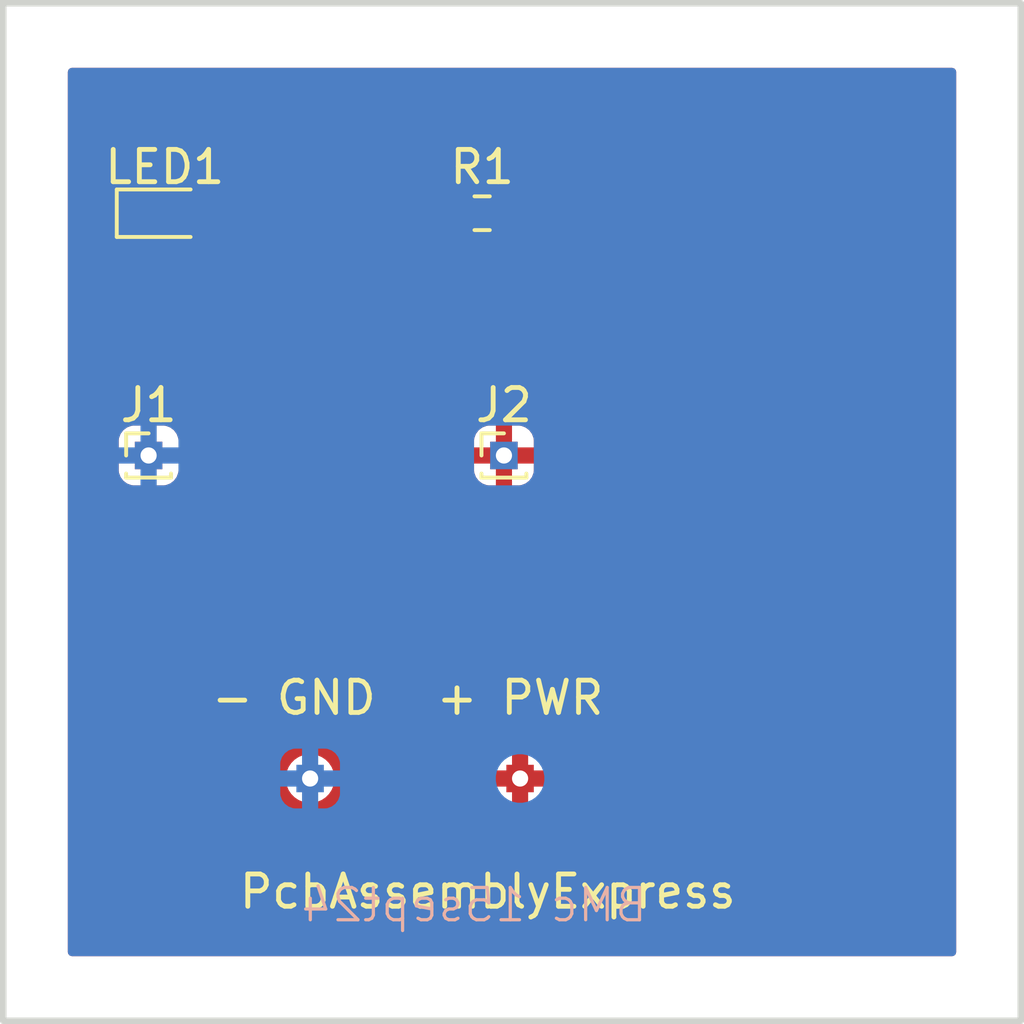
<source format=kicad_pcb>
(kicad_pcb (version 20240108) (generator "pcbnew") (generator_version "8.0")
  (layers (0 "F.Cu" signal) (31 "B.Cu" signal) (34 "B.Paste" user) (35 "F.Paste" user) (36 "B.SilkS" user "B.Silkscreen") (37 "F.SilkS" user "F.Silkscreen") (38 "B.Mask" user) (39 "F.Mask" user) (44 "Edge.Cuts" user))
  (net 0 "")
  (net 1 "GND")
  (net 2 "+9V")
  (net 3 "Net-(LED1-A)")
  (footprint "" (layer "F.Cu") (at 109.5 92.5)
    (property "Reference" "" (at 0 0 0) (layer "F.SilkS") (effects (font (size 1.27 1.27))))
    (property "Value" "")
    (pad "1a" thru_hole rect (at 0 0) (size 0.85 0.85) (drill 0.5) (layers "*.Cu" "*.Mask") (remove_unused_layers yes) (zone_layer_connections "B.Cu") (net 1 "GND"))
  )
  (footprint "Connector_PinHeader_1.00mm:PinHeader_1x01_P1.00mm_Vertical" (layer "F.Cu") (at 115.5 82.5)
    (property "Reference" "J2" (at 0 -1.56 0) (layer "F.SilkS"))
    (property "Value" "Conn_01x01_Pin" (hide yes))
    (fp_line (start -0.695 -0.685) (end 0 -0.685) (stroke (width 0.12)) (layer "F.SilkS"))
    (fp_line (start -0.695 0) (end -0.695 -0.685) (stroke (width 0.12)) (layer "F.SilkS"))
    (fp_line (start -0.695 0.685) (end -0.695 0.56) (stroke (width 0.12)) (layer "F.SilkS"))
    (fp_line (start -0.695 0.685) (end -0.608276 0.685) (stroke (width 0.12)) (layer "F.SilkS"))
    (fp_line (start -0.695 0.685) (end 0.695 0.685) (stroke (width 0.12)) (layer "F.SilkS"))
    (fp_line (start 0.608276 0.685) (end 0.695 0.685) (stroke (width 0.12)) (layer "F.SilkS"))
    (fp_line (start 0.695 0.685) (end 0.695 0.56) (stroke (width 0.12)) (layer "F.SilkS"))
    (pad "1" thru_hole rect (at 0 0) (size 0.85 0.85) (drill 0.5) (layers "*.Cu" "*.Mask") (net 2 "+9V"))
  )
  (footprint "LED_SMD:LED_0603_1608Metric" (layer "F.Cu") (at 105 75)
    (property "Reference" "LED1" (at 0 -1.43 0) (layer "F.SilkS"))
    (property "Value" "LED" (hide yes))
    (fp_line (start -1.485 -0.735) (end -1.485 0.735) (stroke (width 0.12)) (layer "F.SilkS"))
    (fp_line (start -1.485 0.735) (end 0.8 0.735) (stroke (width 0.12)) (layer "F.SilkS"))
    (fp_line (start 0.8 -0.735) (end -1.485 -0.735) (stroke (width 0.12)) (layer "F.SilkS"))
    (pad "1" smd roundrect (at -0.7875 0) (size 0.875 0.95) (layers "F.Cu" "F.Paste" "F.Mask") (net 1 "GND"))
    (pad "2" smd roundrect (at 0.7875 0) (size 0.875 0.95) (layers "F.Cu" "F.Paste" "F.Mask") (net 3 "Net-(LED1-A)"))
  )
  (footprint "Fiducial:Fiducial_1mm_Mask2mm" (layer "F.Cu") (at 104 96)
    (property "Reference" "FIdLL" (hide yes))
    (property "Value" "Fiducial_1mm_Mask2mm" (hide yes))
    (pad "" smd circle (at 0 0) (size 1 1) (layers "F.Cu" "F.Mask") (clearance 0.5))
  )
  (footprint "Fiducial:Fiducial_1mm_Mask2mm" (layer "F.Cu") (at 127 73)
    (property "Reference" "FidUR" (hide yes))
    (property "Value" "Fiducial_1mm_Mask2mm" (hide yes))
    (pad "" smd circle (at 0 0) (size 1 1) (layers "F.Cu" "F.Mask") (clearance 0.5))
  )
  (footprint "Fiducial:Fiducial_1mm_Mask2mm" (layer "F.Cu") (at 127 96)
    (property "Reference" "FidLR" (hide yes))
    (property "Value" "Fiducial_1mm_Mask2mm" (hide yes))
    (pad "" smd circle (at 0 0) (size 1 1) (layers "F.Cu" "F.Mask") (clearance 0.5))
  )
  (footprint "Resistor_SMD:R_0603_1608Metric" (layer "F.Cu") (at 114.825 75)
    (property "Reference" "R1" (at 0 -1.43 0) (layer "F.SilkS"))
    (property "Value" "R" (hide yes))
    (fp_line (start -0.237258 -0.5225) (end 0.237258 -0.5225) (stroke (width 0.12)) (layer "F.SilkS"))
    (fp_line (start -0.237258 0.5225) (end 0.237258 0.5225) (stroke (width 0.12)) (layer "F.SilkS"))
    (pad "1" smd roundrect (at -0.825 0) (size 0.8 0.95) (layers "F.Cu" "F.Paste" "F.Mask") (net 3 "Net-(LED1-A)"))
    (pad "2" smd roundrect (at 0.825 0) (size 0.8 0.95) (layers "F.Cu" "F.Paste" "F.Mask") (net 2 "+9V"))
  )
  (footprint "Connector_PinHeader_1.00mm:PinHeader_1x01_P1.00mm_Vertical" (layer "F.Cu") (at 104.5 82.5)
    (property "Reference" "J1" (at 0 -1.56 0) (layer "F.SilkS"))
    (property "Value" "Conn_01x01_Pin" (hide yes))
    (fp_line (start -0.695 -0.685) (end 0 -0.685) (stroke (width 0.12)) (layer "F.SilkS"))
    (fp_line (start -0.695 0) (end -0.695 -0.685) (stroke (width 0.12)) (layer "F.SilkS"))
    (fp_line (start -0.695 0.685) (end -0.695 0.56) (stroke (width 0.12)) (layer "F.SilkS"))
    (fp_line (start -0.695 0.685) (end -0.608276 0.685) (stroke (width 0.12)) (layer "F.SilkS"))
    (fp_line (start -0.695 0.685) (end 0.695 0.685) (stroke (width 0.12)) (layer "F.SilkS"))
    (fp_line (start 0.608276 0.685) (end 0.695 0.685) (stroke (width 0.12)) (layer "F.SilkS"))
    (fp_line (start 0.695 0.685) (end 0.695 0.56) (stroke (width 0.12)) (layer "F.SilkS"))
    (pad "1" thru_hole rect (at 0 0) (size 0.85 0.85) (drill 0.5) (layers "*.Cu" "*.Mask") (net 1 "GND"))
  )
  (footprint "" (layer "F.Cu") (at 116 92.5)
    (property "Reference" "" (at 0 0 0) (layer "F.SilkS") (effects (font (size 1.27 1.27))))
    (property "Value" "")
    (pad "2a" thru_hole rect (at 0 0) (size 0.85 0.85) (drill 0.5) (layers "*.Cu" "*.Mask") (remove_unused_layers yes) (zone_layer_connections "F.Cu") (net 2 "+9V"))
  )
  (gr_rect (start 100 68.5) (end 131.5 100) (stroke (width 0.2)) (fill none) (layer "Edge.Cuts"))
  (gr_text "BMc 15sept24" (at 120 97 0) (layer "B.SilkS") (effects (font (size 1 1) (thickness 0.1)) (justify left bottom mirror)))
  (gr_text "PcbAssemblyExpress\n" (at 115 96 0) (layer "F.SilkS") (effects (font (size 1 1))))
  (gr_text "+ PWR" (at 116 90 0) (layer "F.SilkS") (effects (font (size 1 1))))
  (gr_text "- GND" (at 109 90 0) (layer "F.SilkS") (effects (font (size 1 1))))
  (segment (start 104.5 75.2875) (end 104.2125 75) (width 0.2) (layer "F.Cu") (net 1))
  (segment (start 115.65 82.35) (end 115.5 82.5) (width 0.2) (layer "F.Cu") (net 2))
  (segment (start 105.7875 75) (end 114 75) (width 0.2) (layer "F.Cu") (net 3))
  (zone (net 2) (net_name "+9V") (layer "F.Cu") (name "POWER") (connect_pads (clearance 0.5)) (min_thickness 0.25) (fill yes (thermal_gap 0.5) (thermal_bridge_width 0.5) (island_removal_mode 1) (island_area_min 9.999999))
    (polygon (pts (xy 102 70.5) (xy 129.5 70.5) (xy 129.5 98) (xy 102 98)))
  )
  (zone (net 1) (net_name "GND") (layer "B.Cu") (name "GROUND") (priority 1) (connect_pads (clearance 0.5)) (min_thickness 0.25) (fill yes (thermal_gap 0.5) (thermal_bridge_width 0.5) (island_removal_mode 1) (island_area_min 9.999999))
    (polygon (pts (xy 102 70.5) (xy 129.5 70.5) (xy 129.5 98) (xy 102 98)))
  )
)
</source>
